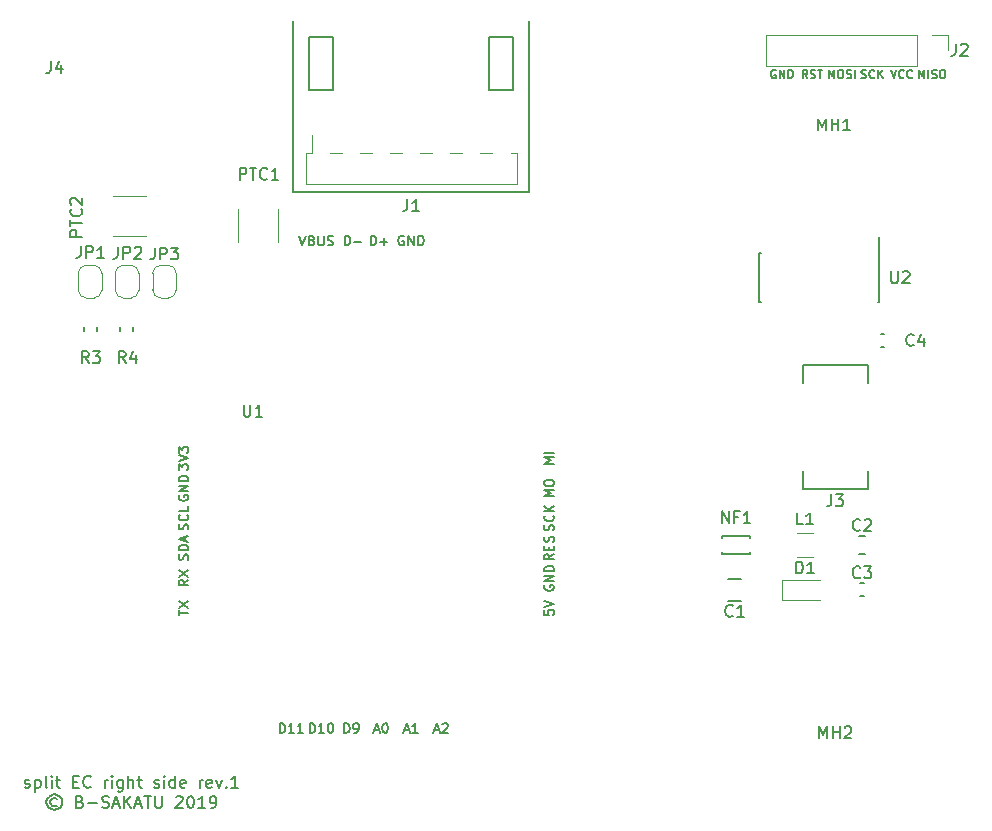
<source format=gto>
G04 #@! TF.GenerationSoftware,KiCad,Pcbnew,(5.1.0-0)*
G04 #@! TF.CreationDate,2019-05-12T00:03:29+09:00*
G04 #@! TF.ProjectId,split_EC_right,73706c69-745f-4454-935f-72696768742e,rev?*
G04 #@! TF.SameCoordinates,Original*
G04 #@! TF.FileFunction,Legend,Top*
G04 #@! TF.FilePolarity,Positive*
%FSLAX46Y46*%
G04 Gerber Fmt 4.6, Leading zero omitted, Abs format (unit mm)*
G04 Created by KiCad (PCBNEW (5.1.0-0)) date 2019-05-12 00:03:29*
%MOMM*%
%LPD*%
G04 APERTURE LIST*
%ADD10C,0.200000*%
%ADD11C,0.150000*%
%ADD12C,0.120000*%
G04 APERTURE END LIST*
D10*
X75851190Y-105479761D02*
X75946428Y-105527380D01*
X76136904Y-105527380D01*
X76232142Y-105479761D01*
X76279761Y-105384523D01*
X76279761Y-105336904D01*
X76232142Y-105241666D01*
X76136904Y-105194047D01*
X75994047Y-105194047D01*
X75898809Y-105146428D01*
X75851190Y-105051190D01*
X75851190Y-105003571D01*
X75898809Y-104908333D01*
X75994047Y-104860714D01*
X76136904Y-104860714D01*
X76232142Y-104908333D01*
X76708333Y-104860714D02*
X76708333Y-105860714D01*
X76708333Y-104908333D02*
X76803571Y-104860714D01*
X76994047Y-104860714D01*
X77089285Y-104908333D01*
X77136904Y-104955952D01*
X77184523Y-105051190D01*
X77184523Y-105336904D01*
X77136904Y-105432142D01*
X77089285Y-105479761D01*
X76994047Y-105527380D01*
X76803571Y-105527380D01*
X76708333Y-105479761D01*
X77755952Y-105527380D02*
X77660714Y-105479761D01*
X77613095Y-105384523D01*
X77613095Y-104527380D01*
X78136904Y-105527380D02*
X78136904Y-104860714D01*
X78136904Y-104527380D02*
X78089285Y-104575000D01*
X78136904Y-104622619D01*
X78184523Y-104575000D01*
X78136904Y-104527380D01*
X78136904Y-104622619D01*
X78470238Y-104860714D02*
X78851190Y-104860714D01*
X78613095Y-104527380D02*
X78613095Y-105384523D01*
X78660714Y-105479761D01*
X78755952Y-105527380D01*
X78851190Y-105527380D01*
X79946428Y-105003571D02*
X80279761Y-105003571D01*
X80422619Y-105527380D02*
X79946428Y-105527380D01*
X79946428Y-104527380D01*
X80422619Y-104527380D01*
X81422619Y-105432142D02*
X81375000Y-105479761D01*
X81232142Y-105527380D01*
X81136904Y-105527380D01*
X80994047Y-105479761D01*
X80898809Y-105384523D01*
X80851190Y-105289285D01*
X80803571Y-105098809D01*
X80803571Y-104955952D01*
X80851190Y-104765476D01*
X80898809Y-104670238D01*
X80994047Y-104575000D01*
X81136904Y-104527380D01*
X81232142Y-104527380D01*
X81375000Y-104575000D01*
X81422619Y-104622619D01*
X82613095Y-105527380D02*
X82613095Y-104860714D01*
X82613095Y-105051190D02*
X82660714Y-104955952D01*
X82708333Y-104908333D01*
X82803571Y-104860714D01*
X82898809Y-104860714D01*
X83232142Y-105527380D02*
X83232142Y-104860714D01*
X83232142Y-104527380D02*
X83184523Y-104575000D01*
X83232142Y-104622619D01*
X83279761Y-104575000D01*
X83232142Y-104527380D01*
X83232142Y-104622619D01*
X84136904Y-104860714D02*
X84136904Y-105670238D01*
X84089285Y-105765476D01*
X84041666Y-105813095D01*
X83946428Y-105860714D01*
X83803571Y-105860714D01*
X83708333Y-105813095D01*
X84136904Y-105479761D02*
X84041666Y-105527380D01*
X83851190Y-105527380D01*
X83755952Y-105479761D01*
X83708333Y-105432142D01*
X83660714Y-105336904D01*
X83660714Y-105051190D01*
X83708333Y-104955952D01*
X83755952Y-104908333D01*
X83851190Y-104860714D01*
X84041666Y-104860714D01*
X84136904Y-104908333D01*
X84613095Y-105527380D02*
X84613095Y-104527380D01*
X85041666Y-105527380D02*
X85041666Y-105003571D01*
X84994047Y-104908333D01*
X84898809Y-104860714D01*
X84755952Y-104860714D01*
X84660714Y-104908333D01*
X84613095Y-104955952D01*
X85375000Y-104860714D02*
X85755952Y-104860714D01*
X85517857Y-104527380D02*
X85517857Y-105384523D01*
X85565476Y-105479761D01*
X85660714Y-105527380D01*
X85755952Y-105527380D01*
X86803571Y-105479761D02*
X86898809Y-105527380D01*
X87089285Y-105527380D01*
X87184523Y-105479761D01*
X87232142Y-105384523D01*
X87232142Y-105336904D01*
X87184523Y-105241666D01*
X87089285Y-105194047D01*
X86946428Y-105194047D01*
X86851190Y-105146428D01*
X86803571Y-105051190D01*
X86803571Y-105003571D01*
X86851190Y-104908333D01*
X86946428Y-104860714D01*
X87089285Y-104860714D01*
X87184523Y-104908333D01*
X87660714Y-105527380D02*
X87660714Y-104860714D01*
X87660714Y-104527380D02*
X87613095Y-104575000D01*
X87660714Y-104622619D01*
X87708333Y-104575000D01*
X87660714Y-104527380D01*
X87660714Y-104622619D01*
X88565476Y-105527380D02*
X88565476Y-104527380D01*
X88565476Y-105479761D02*
X88470238Y-105527380D01*
X88279761Y-105527380D01*
X88184523Y-105479761D01*
X88136904Y-105432142D01*
X88089285Y-105336904D01*
X88089285Y-105051190D01*
X88136904Y-104955952D01*
X88184523Y-104908333D01*
X88279761Y-104860714D01*
X88470238Y-104860714D01*
X88565476Y-104908333D01*
X89422619Y-105479761D02*
X89327380Y-105527380D01*
X89136904Y-105527380D01*
X89041666Y-105479761D01*
X88994047Y-105384523D01*
X88994047Y-105003571D01*
X89041666Y-104908333D01*
X89136904Y-104860714D01*
X89327380Y-104860714D01*
X89422619Y-104908333D01*
X89470238Y-105003571D01*
X89470238Y-105098809D01*
X88994047Y-105194047D01*
X90660714Y-105527380D02*
X90660714Y-104860714D01*
X90660714Y-105051190D02*
X90708333Y-104955952D01*
X90755952Y-104908333D01*
X90851190Y-104860714D01*
X90946428Y-104860714D01*
X91660714Y-105479761D02*
X91565476Y-105527380D01*
X91375000Y-105527380D01*
X91279761Y-105479761D01*
X91232142Y-105384523D01*
X91232142Y-105003571D01*
X91279761Y-104908333D01*
X91375000Y-104860714D01*
X91565476Y-104860714D01*
X91660714Y-104908333D01*
X91708333Y-105003571D01*
X91708333Y-105098809D01*
X91232142Y-105194047D01*
X92041666Y-104860714D02*
X92279761Y-105527380D01*
X92517857Y-104860714D01*
X92898809Y-105432142D02*
X92946428Y-105479761D01*
X92898809Y-105527380D01*
X92851190Y-105479761D01*
X92898809Y-105432142D01*
X92898809Y-105527380D01*
X93898809Y-105527380D02*
X93327380Y-105527380D01*
X93613095Y-105527380D02*
X93613095Y-104527380D01*
X93517857Y-104670238D01*
X93422619Y-104765476D01*
X93327380Y-104813095D01*
X78541666Y-106465476D02*
X78446428Y-106417857D01*
X78255952Y-106417857D01*
X78160714Y-106465476D01*
X78065476Y-106560714D01*
X78017857Y-106655952D01*
X78017857Y-106846428D01*
X78065476Y-106941666D01*
X78160714Y-107036904D01*
X78255952Y-107084523D01*
X78446428Y-107084523D01*
X78541666Y-107036904D01*
X78351190Y-106084523D02*
X78113095Y-106132142D01*
X77875000Y-106275000D01*
X77732142Y-106513095D01*
X77684523Y-106751190D01*
X77732142Y-106989285D01*
X77875000Y-107227380D01*
X78113095Y-107370238D01*
X78351190Y-107417857D01*
X78589285Y-107370238D01*
X78827380Y-107227380D01*
X78970238Y-106989285D01*
X79017857Y-106751190D01*
X78970238Y-106513095D01*
X78827380Y-106275000D01*
X78589285Y-106132142D01*
X78351190Y-106084523D01*
X80541666Y-106703571D02*
X80684523Y-106751190D01*
X80732142Y-106798809D01*
X80779761Y-106894047D01*
X80779761Y-107036904D01*
X80732142Y-107132142D01*
X80684523Y-107179761D01*
X80589285Y-107227380D01*
X80208333Y-107227380D01*
X80208333Y-106227380D01*
X80541666Y-106227380D01*
X80636904Y-106275000D01*
X80684523Y-106322619D01*
X80732142Y-106417857D01*
X80732142Y-106513095D01*
X80684523Y-106608333D01*
X80636904Y-106655952D01*
X80541666Y-106703571D01*
X80208333Y-106703571D01*
X81208333Y-106846428D02*
X81970238Y-106846428D01*
X82398809Y-107179761D02*
X82541666Y-107227380D01*
X82779761Y-107227380D01*
X82875000Y-107179761D01*
X82922619Y-107132142D01*
X82970238Y-107036904D01*
X82970238Y-106941666D01*
X82922619Y-106846428D01*
X82875000Y-106798809D01*
X82779761Y-106751190D01*
X82589285Y-106703571D01*
X82494047Y-106655952D01*
X82446428Y-106608333D01*
X82398809Y-106513095D01*
X82398809Y-106417857D01*
X82446428Y-106322619D01*
X82494047Y-106275000D01*
X82589285Y-106227380D01*
X82827380Y-106227380D01*
X82970238Y-106275000D01*
X83351190Y-106941666D02*
X83827380Y-106941666D01*
X83255952Y-107227380D02*
X83589285Y-106227380D01*
X83922619Y-107227380D01*
X84255952Y-107227380D02*
X84255952Y-106227380D01*
X84827380Y-107227380D02*
X84398809Y-106655952D01*
X84827380Y-106227380D02*
X84255952Y-106798809D01*
X85208333Y-106941666D02*
X85684523Y-106941666D01*
X85113095Y-107227380D02*
X85446428Y-106227380D01*
X85779761Y-107227380D01*
X85970238Y-106227380D02*
X86541666Y-106227380D01*
X86255952Y-107227380D02*
X86255952Y-106227380D01*
X86875000Y-106227380D02*
X86875000Y-107036904D01*
X86922619Y-107132142D01*
X86970238Y-107179761D01*
X87065476Y-107227380D01*
X87255952Y-107227380D01*
X87351190Y-107179761D01*
X87398809Y-107132142D01*
X87446428Y-107036904D01*
X87446428Y-106227380D01*
X88636904Y-106322619D02*
X88684523Y-106275000D01*
X88779761Y-106227380D01*
X89017857Y-106227380D01*
X89113095Y-106275000D01*
X89160714Y-106322619D01*
X89208333Y-106417857D01*
X89208333Y-106513095D01*
X89160714Y-106655952D01*
X88589285Y-107227380D01*
X89208333Y-107227380D01*
X89827380Y-106227380D02*
X89922619Y-106227380D01*
X90017857Y-106275000D01*
X90065476Y-106322619D01*
X90113095Y-106417857D01*
X90160714Y-106608333D01*
X90160714Y-106846428D01*
X90113095Y-107036904D01*
X90065476Y-107132142D01*
X90017857Y-107179761D01*
X89922619Y-107227380D01*
X89827380Y-107227380D01*
X89732142Y-107179761D01*
X89684523Y-107132142D01*
X89636904Y-107036904D01*
X89589285Y-106846428D01*
X89589285Y-106608333D01*
X89636904Y-106417857D01*
X89684523Y-106322619D01*
X89732142Y-106275000D01*
X89827380Y-106227380D01*
X91113095Y-107227380D02*
X90541666Y-107227380D01*
X90827380Y-107227380D02*
X90827380Y-106227380D01*
X90732142Y-106370238D01*
X90636904Y-106465476D01*
X90541666Y-106513095D01*
X91589285Y-107227380D02*
X91779761Y-107227380D01*
X91874999Y-107179761D01*
X91922619Y-107132142D01*
X92017857Y-106989285D01*
X92065476Y-106798809D01*
X92065476Y-106417857D01*
X92017857Y-106322619D01*
X91970238Y-106275000D01*
X91874999Y-106227380D01*
X91684523Y-106227380D01*
X91589285Y-106275000D01*
X91541666Y-106322619D01*
X91494047Y-106417857D01*
X91494047Y-106655952D01*
X91541666Y-106751190D01*
X91589285Y-106798809D01*
X91684523Y-106846428D01*
X91874999Y-106846428D01*
X91970238Y-106798809D01*
X92017857Y-106751190D01*
X92065476Y-106655952D01*
D11*
X137250000Y-85775000D02*
X137250000Y-85575000D01*
X134850000Y-85775000D02*
X137250000Y-85775000D01*
X134850000Y-85575000D02*
X134850000Y-85775000D01*
X137250000Y-84175000D02*
X137250000Y-84375000D01*
X134850000Y-84175000D02*
X137250000Y-84175000D01*
X134850000Y-84375000D02*
X134850000Y-84175000D01*
X136500000Y-87825000D02*
X135400000Y-87825000D01*
X136500000Y-89725000D02*
X135400000Y-89725000D01*
X146488748Y-85725000D02*
X147011252Y-85725000D01*
X146488748Y-84225000D02*
X147011252Y-84225000D01*
X146600000Y-88225000D02*
X146900000Y-88225000D01*
X146600000Y-89325000D02*
X146900000Y-89325000D01*
X148325000Y-68225000D02*
X148625000Y-68225000D01*
X148325000Y-67125000D02*
X148625000Y-67125000D01*
D12*
X140000000Y-87925000D02*
X143150000Y-87925000D01*
X140000000Y-89625000D02*
X143150000Y-89625000D01*
X140000000Y-87925000D02*
X140000000Y-89625000D01*
D11*
X147200000Y-69750000D02*
X141700000Y-69750000D01*
X147200000Y-80250000D02*
X141725000Y-80250000D01*
X147200000Y-80250000D02*
X147200000Y-78750000D01*
X141700000Y-80250000D02*
X141700000Y-78750000D01*
X141700000Y-69750000D02*
X141700000Y-71250000D01*
X147200000Y-69750000D02*
X147200000Y-71250000D01*
D12*
X80375000Y-61975000D02*
G75*
G02X81075000Y-61275000I700000J0D01*
G01*
X81675000Y-61275000D02*
G75*
G02X82375000Y-61975000I0J-700000D01*
G01*
X82375000Y-63375000D02*
G75*
G02X81675000Y-64075000I-700000J0D01*
G01*
X81075000Y-64075000D02*
G75*
G02X80375000Y-63375000I0J700000D01*
G01*
X81675000Y-64075000D02*
X81075000Y-64075000D01*
X82375000Y-61975000D02*
X82375000Y-63375000D01*
X81075000Y-61275000D02*
X81675000Y-61275000D01*
X80375000Y-63375000D02*
X80375000Y-61975000D01*
X83500000Y-63375000D02*
X83500000Y-61975000D01*
X84200000Y-61275000D02*
X84800000Y-61275000D01*
X85500000Y-61975000D02*
X85500000Y-63375000D01*
X84800000Y-64075000D02*
X84200000Y-64075000D01*
X84200000Y-64075000D02*
G75*
G02X83500000Y-63375000I0J700000D01*
G01*
X85500000Y-63375000D02*
G75*
G02X84800000Y-64075000I-700000J0D01*
G01*
X84800000Y-61275000D02*
G75*
G02X85500000Y-61975000I0J-700000D01*
G01*
X83500000Y-61975000D02*
G75*
G02X84200000Y-61275000I700000J0D01*
G01*
X86675000Y-61975000D02*
G75*
G02X87375000Y-61275000I700000J0D01*
G01*
X87975000Y-61275000D02*
G75*
G02X88675000Y-61975000I0J-700000D01*
G01*
X88675000Y-63375000D02*
G75*
G02X87975000Y-64075000I-700000J0D01*
G01*
X87375000Y-64075000D02*
G75*
G02X86675000Y-63375000I0J700000D01*
G01*
X87975000Y-64075000D02*
X87375000Y-64075000D01*
X88675000Y-61975000D02*
X88675000Y-63375000D01*
X87375000Y-61275000D02*
X87975000Y-61275000D01*
X86675000Y-63375000D02*
X86675000Y-61975000D01*
X141250000Y-83925000D02*
X142550000Y-83925000D01*
X141250000Y-86025000D02*
X142550000Y-86025000D01*
X93890000Y-56563748D02*
X93890000Y-59336252D01*
X97310000Y-56563748D02*
X97310000Y-59336252D01*
X86086252Y-55415000D02*
X83313748Y-55415000D01*
X86086252Y-58835000D02*
X83313748Y-58835000D01*
D11*
X81925000Y-66846267D02*
X81925000Y-66503733D01*
X80825000Y-66846267D02*
X80825000Y-66503733D01*
X83950000Y-66846267D02*
X83950000Y-66503733D01*
X85050000Y-66846267D02*
X85050000Y-66503733D01*
X148200000Y-60275000D02*
X148175000Y-60275000D01*
X148200000Y-64425000D02*
X148095000Y-64425000D01*
X138050000Y-64425000D02*
X138155000Y-64425000D01*
X138050000Y-60275000D02*
X138155000Y-60275000D01*
X148200000Y-60275000D02*
X148200000Y-64425000D01*
X138050000Y-60275000D02*
X138050000Y-64425000D01*
X148175000Y-60275000D02*
X148175000Y-58900000D01*
D12*
X116985000Y-51760000D02*
X117525000Y-51760000D01*
X114415000Y-51770000D02*
X115415000Y-51770000D01*
X111875000Y-51770000D02*
X112875000Y-51770000D01*
X109335000Y-51770000D02*
X110335000Y-51770000D01*
X106795000Y-51770000D02*
X107795000Y-51770000D01*
X104255000Y-51770000D02*
X105255000Y-51770000D01*
X99625000Y-54430000D02*
X99625000Y-51770000D01*
X117525000Y-54430000D02*
X117525000Y-51770000D01*
X99625000Y-54430000D02*
X117525000Y-54430000D01*
X100195000Y-51770000D02*
X100195000Y-50250000D01*
X99625000Y-51770000D02*
X100195000Y-51770000D01*
X101715000Y-51770000D02*
X102715000Y-51770000D01*
D11*
X98575000Y-40600000D02*
X98575000Y-55100000D01*
X118575000Y-40600000D02*
X118575000Y-55100000D01*
X118575000Y-55100000D02*
X98575000Y-55100000D01*
X99955000Y-41940000D02*
X99955000Y-46480000D01*
X99955000Y-46480000D02*
X101955000Y-46480000D01*
X101955000Y-46480000D02*
X101955000Y-41940000D01*
X101955000Y-41940000D02*
X99955000Y-41940000D01*
X115195000Y-41940000D02*
X115195000Y-46480000D01*
X115195000Y-46480000D02*
X117195000Y-46480000D01*
X117195000Y-46480000D02*
X117195000Y-41940000D01*
X117195000Y-41940000D02*
X115195000Y-41940000D01*
D12*
X153980000Y-41770000D02*
X153980000Y-43100000D01*
X152650000Y-41770000D02*
X153980000Y-41770000D01*
X151380000Y-41770000D02*
X138620000Y-41770000D01*
X151380000Y-44430000D02*
X151380000Y-41770000D01*
X138620000Y-44430000D02*
X151380000Y-44430000D01*
X138620000Y-41770000D02*
X138620000Y-44430000D01*
D11*
X134859523Y-83127380D02*
X134859523Y-82127380D01*
X135430952Y-83127380D01*
X135430952Y-82127380D01*
X136240476Y-82603571D02*
X135907142Y-82603571D01*
X135907142Y-83127380D02*
X135907142Y-82127380D01*
X136383333Y-82127380D01*
X137288095Y-83127380D02*
X136716666Y-83127380D01*
X137002380Y-83127380D02*
X137002380Y-82127380D01*
X136907142Y-82270238D01*
X136811904Y-82365476D01*
X136716666Y-82413095D01*
X94388095Y-73102380D02*
X94388095Y-73911904D01*
X94435714Y-74007142D01*
X94483333Y-74054761D01*
X94578571Y-74102380D01*
X94769047Y-74102380D01*
X94864285Y-74054761D01*
X94911904Y-74007142D01*
X94959523Y-73911904D01*
X94959523Y-73102380D01*
X95959523Y-74102380D02*
X95388095Y-74102380D01*
X95673809Y-74102380D02*
X95673809Y-73102380D01*
X95578571Y-73245238D01*
X95483333Y-73340476D01*
X95388095Y-73388095D01*
X88878904Y-78620476D02*
X88878904Y-78125238D01*
X89183666Y-78391904D01*
X89183666Y-78277619D01*
X89221761Y-78201428D01*
X89259857Y-78163333D01*
X89336047Y-78125238D01*
X89526523Y-78125238D01*
X89602714Y-78163333D01*
X89640809Y-78201428D01*
X89678904Y-78277619D01*
X89678904Y-78506190D01*
X89640809Y-78582380D01*
X89602714Y-78620476D01*
X88878904Y-77896666D02*
X89678904Y-77630000D01*
X88878904Y-77363333D01*
X88878904Y-77172857D02*
X88878904Y-76677619D01*
X89183666Y-76944285D01*
X89183666Y-76830000D01*
X89221761Y-76753809D01*
X89259857Y-76715714D01*
X89336047Y-76677619D01*
X89526523Y-76677619D01*
X89602714Y-76715714D01*
X89640809Y-76753809D01*
X89678904Y-76830000D01*
X89678904Y-77058571D01*
X89640809Y-77134761D01*
X89602714Y-77172857D01*
X88917000Y-80779523D02*
X88878904Y-80855714D01*
X88878904Y-80970000D01*
X88917000Y-81084285D01*
X88993190Y-81160476D01*
X89069380Y-81198571D01*
X89221761Y-81236666D01*
X89336047Y-81236666D01*
X89488428Y-81198571D01*
X89564619Y-81160476D01*
X89640809Y-81084285D01*
X89678904Y-80970000D01*
X89678904Y-80893809D01*
X89640809Y-80779523D01*
X89602714Y-80741428D01*
X89336047Y-80741428D01*
X89336047Y-80893809D01*
X89678904Y-80398571D02*
X88878904Y-80398571D01*
X89678904Y-79941428D01*
X88878904Y-79941428D01*
X89678904Y-79560476D02*
X88878904Y-79560476D01*
X88878904Y-79370000D01*
X88917000Y-79255714D01*
X88993190Y-79179523D01*
X89069380Y-79141428D01*
X89221761Y-79103333D01*
X89336047Y-79103333D01*
X89488428Y-79141428D01*
X89564619Y-79179523D01*
X89640809Y-79255714D01*
X89678904Y-79370000D01*
X89678904Y-79560476D01*
X105145238Y-59611904D02*
X105145238Y-58811904D01*
X105335714Y-58811904D01*
X105450000Y-58850000D01*
X105526190Y-58926190D01*
X105564285Y-59002380D01*
X105602380Y-59154761D01*
X105602380Y-59269047D01*
X105564285Y-59421428D01*
X105526190Y-59497619D01*
X105450000Y-59573809D01*
X105335714Y-59611904D01*
X105145238Y-59611904D01*
X105945238Y-59307142D02*
X106554761Y-59307142D01*
X106250000Y-59611904D02*
X106250000Y-59002380D01*
X102945238Y-59611904D02*
X102945238Y-58811904D01*
X103135714Y-58811904D01*
X103250000Y-58850000D01*
X103326190Y-58926190D01*
X103364285Y-59002380D01*
X103402380Y-59154761D01*
X103402380Y-59269047D01*
X103364285Y-59421428D01*
X103326190Y-59497619D01*
X103250000Y-59573809D01*
X103135714Y-59611904D01*
X102945238Y-59611904D01*
X103745238Y-59307142D02*
X104354761Y-59307142D01*
X99083333Y-58811904D02*
X99350000Y-59611904D01*
X99616666Y-58811904D01*
X100150000Y-59192857D02*
X100264285Y-59230952D01*
X100302380Y-59269047D01*
X100340476Y-59345238D01*
X100340476Y-59459523D01*
X100302380Y-59535714D01*
X100264285Y-59573809D01*
X100188095Y-59611904D01*
X99883333Y-59611904D01*
X99883333Y-58811904D01*
X100150000Y-58811904D01*
X100226190Y-58850000D01*
X100264285Y-58888095D01*
X100302380Y-58964285D01*
X100302380Y-59040476D01*
X100264285Y-59116666D01*
X100226190Y-59154761D01*
X100150000Y-59192857D01*
X99883333Y-59192857D01*
X100683333Y-58811904D02*
X100683333Y-59459523D01*
X100721428Y-59535714D01*
X100759523Y-59573809D01*
X100835714Y-59611904D01*
X100988095Y-59611904D01*
X101064285Y-59573809D01*
X101102380Y-59535714D01*
X101140476Y-59459523D01*
X101140476Y-58811904D01*
X101483333Y-59573809D02*
X101597619Y-59611904D01*
X101788095Y-59611904D01*
X101864285Y-59573809D01*
X101902380Y-59535714D01*
X101940476Y-59459523D01*
X101940476Y-59383333D01*
X101902380Y-59307142D01*
X101864285Y-59269047D01*
X101788095Y-59230952D01*
X101635714Y-59192857D01*
X101559523Y-59154761D01*
X101521428Y-59116666D01*
X101483333Y-59040476D01*
X101483333Y-58964285D01*
X101521428Y-58888095D01*
X101559523Y-58850000D01*
X101635714Y-58811904D01*
X101826190Y-58811904D01*
X101940476Y-58850000D01*
X107940476Y-58850000D02*
X107864285Y-58811904D01*
X107750000Y-58811904D01*
X107635714Y-58850000D01*
X107559523Y-58926190D01*
X107521428Y-59002380D01*
X107483333Y-59154761D01*
X107483333Y-59269047D01*
X107521428Y-59421428D01*
X107559523Y-59497619D01*
X107635714Y-59573809D01*
X107750000Y-59611904D01*
X107826190Y-59611904D01*
X107940476Y-59573809D01*
X107978571Y-59535714D01*
X107978571Y-59269047D01*
X107826190Y-59269047D01*
X108321428Y-59611904D02*
X108321428Y-58811904D01*
X108778571Y-59611904D01*
X108778571Y-58811904D01*
X109159523Y-59611904D02*
X109159523Y-58811904D01*
X109350000Y-58811904D01*
X109464285Y-58850000D01*
X109540476Y-58926190D01*
X109578571Y-59002380D01*
X109616666Y-59154761D01*
X109616666Y-59269047D01*
X109578571Y-59421428D01*
X109540476Y-59497619D01*
X109464285Y-59573809D01*
X109350000Y-59611904D01*
X109159523Y-59611904D01*
X89640809Y-83662380D02*
X89678904Y-83548095D01*
X89678904Y-83357619D01*
X89640809Y-83281428D01*
X89602714Y-83243333D01*
X89526523Y-83205238D01*
X89450333Y-83205238D01*
X89374142Y-83243333D01*
X89336047Y-83281428D01*
X89297952Y-83357619D01*
X89259857Y-83510000D01*
X89221761Y-83586190D01*
X89183666Y-83624285D01*
X89107476Y-83662380D01*
X89031285Y-83662380D01*
X88955095Y-83624285D01*
X88917000Y-83586190D01*
X88878904Y-83510000D01*
X88878904Y-83319523D01*
X88917000Y-83205238D01*
X89602714Y-82405238D02*
X89640809Y-82443333D01*
X89678904Y-82557619D01*
X89678904Y-82633809D01*
X89640809Y-82748095D01*
X89564619Y-82824285D01*
X89488428Y-82862380D01*
X89336047Y-82900476D01*
X89221761Y-82900476D01*
X89069380Y-82862380D01*
X88993190Y-82824285D01*
X88917000Y-82748095D01*
X88878904Y-82633809D01*
X88878904Y-82557619D01*
X88917000Y-82443333D01*
X88955095Y-82405238D01*
X89678904Y-81681428D02*
X89678904Y-82062380D01*
X88878904Y-82062380D01*
X89640809Y-86221428D02*
X89678904Y-86107142D01*
X89678904Y-85916666D01*
X89640809Y-85840476D01*
X89602714Y-85802380D01*
X89526523Y-85764285D01*
X89450333Y-85764285D01*
X89374142Y-85802380D01*
X89336047Y-85840476D01*
X89297952Y-85916666D01*
X89259857Y-86069047D01*
X89221761Y-86145238D01*
X89183666Y-86183333D01*
X89107476Y-86221428D01*
X89031285Y-86221428D01*
X88955095Y-86183333D01*
X88917000Y-86145238D01*
X88878904Y-86069047D01*
X88878904Y-85878571D01*
X88917000Y-85764285D01*
X89678904Y-85421428D02*
X88878904Y-85421428D01*
X88878904Y-85230952D01*
X88917000Y-85116666D01*
X88993190Y-85040476D01*
X89069380Y-85002380D01*
X89221761Y-84964285D01*
X89336047Y-84964285D01*
X89488428Y-85002380D01*
X89564619Y-85040476D01*
X89640809Y-85116666D01*
X89678904Y-85230952D01*
X89678904Y-85421428D01*
X89450333Y-84659523D02*
X89450333Y-84278571D01*
X89678904Y-84735714D02*
X88878904Y-84469047D01*
X89678904Y-84202380D01*
X89678904Y-87923333D02*
X89297952Y-88190000D01*
X89678904Y-88380476D02*
X88878904Y-88380476D01*
X88878904Y-88075714D01*
X88917000Y-87999523D01*
X88955095Y-87961428D01*
X89031285Y-87923333D01*
X89145571Y-87923333D01*
X89221761Y-87961428D01*
X89259857Y-87999523D01*
X89297952Y-88075714D01*
X89297952Y-88380476D01*
X88878904Y-87656666D02*
X89678904Y-87123333D01*
X88878904Y-87123333D02*
X89678904Y-87656666D01*
X88878904Y-90939523D02*
X88878904Y-90482380D01*
X89678904Y-90710952D02*
X88878904Y-90710952D01*
X88878904Y-90291904D02*
X89678904Y-89758571D01*
X88878904Y-89758571D02*
X89678904Y-90291904D01*
X120644904Y-78087142D02*
X119844904Y-78087142D01*
X120416333Y-77820476D01*
X119844904Y-77553809D01*
X120644904Y-77553809D01*
X120644904Y-77172857D02*
X119844904Y-77172857D01*
X120644904Y-80855714D02*
X119844904Y-80855714D01*
X120416333Y-80589047D01*
X119844904Y-80322380D01*
X120644904Y-80322380D01*
X119844904Y-79789047D02*
X119844904Y-79636666D01*
X119883000Y-79560476D01*
X119959190Y-79484285D01*
X120111571Y-79446190D01*
X120378238Y-79446190D01*
X120530619Y-79484285D01*
X120606809Y-79560476D01*
X120644904Y-79636666D01*
X120644904Y-79789047D01*
X120606809Y-79865238D01*
X120530619Y-79941428D01*
X120378238Y-79979523D01*
X120111571Y-79979523D01*
X119959190Y-79941428D01*
X119883000Y-79865238D01*
X119844904Y-79789047D01*
X120606809Y-83738571D02*
X120644904Y-83624285D01*
X120644904Y-83433809D01*
X120606809Y-83357619D01*
X120568714Y-83319523D01*
X120492523Y-83281428D01*
X120416333Y-83281428D01*
X120340142Y-83319523D01*
X120302047Y-83357619D01*
X120263952Y-83433809D01*
X120225857Y-83586190D01*
X120187761Y-83662380D01*
X120149666Y-83700476D01*
X120073476Y-83738571D01*
X119997285Y-83738571D01*
X119921095Y-83700476D01*
X119883000Y-83662380D01*
X119844904Y-83586190D01*
X119844904Y-83395714D01*
X119883000Y-83281428D01*
X120568714Y-82481428D02*
X120606809Y-82519523D01*
X120644904Y-82633809D01*
X120644904Y-82710000D01*
X120606809Y-82824285D01*
X120530619Y-82900476D01*
X120454428Y-82938571D01*
X120302047Y-82976666D01*
X120187761Y-82976666D01*
X120035380Y-82938571D01*
X119959190Y-82900476D01*
X119883000Y-82824285D01*
X119844904Y-82710000D01*
X119844904Y-82633809D01*
X119883000Y-82519523D01*
X119921095Y-82481428D01*
X120644904Y-82138571D02*
X119844904Y-82138571D01*
X120644904Y-81681428D02*
X120187761Y-82024285D01*
X119844904Y-81681428D02*
X120302047Y-82138571D01*
X120644904Y-85745238D02*
X120263952Y-86011904D01*
X120644904Y-86202380D02*
X119844904Y-86202380D01*
X119844904Y-85897619D01*
X119883000Y-85821428D01*
X119921095Y-85783333D01*
X119997285Y-85745238D01*
X120111571Y-85745238D01*
X120187761Y-85783333D01*
X120225857Y-85821428D01*
X120263952Y-85897619D01*
X120263952Y-86202380D01*
X120225857Y-85402380D02*
X120225857Y-85135714D01*
X120644904Y-85021428D02*
X120644904Y-85402380D01*
X119844904Y-85402380D01*
X119844904Y-85021428D01*
X120606809Y-84716666D02*
X120644904Y-84602380D01*
X120644904Y-84411904D01*
X120606809Y-84335714D01*
X120568714Y-84297619D01*
X120492523Y-84259523D01*
X120416333Y-84259523D01*
X120340142Y-84297619D01*
X120302047Y-84335714D01*
X120263952Y-84411904D01*
X120225857Y-84564285D01*
X120187761Y-84640476D01*
X120149666Y-84678571D01*
X120073476Y-84716666D01*
X119997285Y-84716666D01*
X119921095Y-84678571D01*
X119883000Y-84640476D01*
X119844904Y-84564285D01*
X119844904Y-84373809D01*
X119883000Y-84259523D01*
X119883000Y-88399523D02*
X119844904Y-88475714D01*
X119844904Y-88590000D01*
X119883000Y-88704285D01*
X119959190Y-88780476D01*
X120035380Y-88818571D01*
X120187761Y-88856666D01*
X120302047Y-88856666D01*
X120454428Y-88818571D01*
X120530619Y-88780476D01*
X120606809Y-88704285D01*
X120644904Y-88590000D01*
X120644904Y-88513809D01*
X120606809Y-88399523D01*
X120568714Y-88361428D01*
X120302047Y-88361428D01*
X120302047Y-88513809D01*
X120644904Y-88018571D02*
X119844904Y-88018571D01*
X120644904Y-87561428D01*
X119844904Y-87561428D01*
X120644904Y-87180476D02*
X119844904Y-87180476D01*
X119844904Y-86990000D01*
X119883000Y-86875714D01*
X119959190Y-86799523D01*
X120035380Y-86761428D01*
X120187761Y-86723333D01*
X120302047Y-86723333D01*
X120454428Y-86761428D01*
X120530619Y-86799523D01*
X120606809Y-86875714D01*
X120644904Y-86990000D01*
X120644904Y-87180476D01*
X119844904Y-90482380D02*
X119844904Y-90863333D01*
X120225857Y-90901428D01*
X120187761Y-90863333D01*
X120149666Y-90787142D01*
X120149666Y-90596666D01*
X120187761Y-90520476D01*
X120225857Y-90482380D01*
X120302047Y-90444285D01*
X120492523Y-90444285D01*
X120568714Y-90482380D01*
X120606809Y-90520476D01*
X120644904Y-90596666D01*
X120644904Y-90787142D01*
X120606809Y-90863333D01*
X120568714Y-90901428D01*
X119844904Y-90215714D02*
X120644904Y-89949047D01*
X119844904Y-89682380D01*
X97428571Y-100890904D02*
X97428571Y-100090904D01*
X97619047Y-100090904D01*
X97733333Y-100129000D01*
X97809523Y-100205190D01*
X97847619Y-100281380D01*
X97885714Y-100433761D01*
X97885714Y-100548047D01*
X97847619Y-100700428D01*
X97809523Y-100776619D01*
X97733333Y-100852809D01*
X97619047Y-100890904D01*
X97428571Y-100890904D01*
X98647619Y-100890904D02*
X98190476Y-100890904D01*
X98419047Y-100890904D02*
X98419047Y-100090904D01*
X98342857Y-100205190D01*
X98266666Y-100281380D01*
X98190476Y-100319476D01*
X99409523Y-100890904D02*
X98952380Y-100890904D01*
X99180952Y-100890904D02*
X99180952Y-100090904D01*
X99104761Y-100205190D01*
X99028571Y-100281380D01*
X98952380Y-100319476D01*
X99968571Y-100890904D02*
X99968571Y-100090904D01*
X100159047Y-100090904D01*
X100273333Y-100129000D01*
X100349523Y-100205190D01*
X100387619Y-100281380D01*
X100425714Y-100433761D01*
X100425714Y-100548047D01*
X100387619Y-100700428D01*
X100349523Y-100776619D01*
X100273333Y-100852809D01*
X100159047Y-100890904D01*
X99968571Y-100890904D01*
X101187619Y-100890904D02*
X100730476Y-100890904D01*
X100959047Y-100890904D02*
X100959047Y-100090904D01*
X100882857Y-100205190D01*
X100806666Y-100281380D01*
X100730476Y-100319476D01*
X101682857Y-100090904D02*
X101759047Y-100090904D01*
X101835238Y-100129000D01*
X101873333Y-100167095D01*
X101911428Y-100243285D01*
X101949523Y-100395666D01*
X101949523Y-100586142D01*
X101911428Y-100738523D01*
X101873333Y-100814714D01*
X101835238Y-100852809D01*
X101759047Y-100890904D01*
X101682857Y-100890904D01*
X101606666Y-100852809D01*
X101568571Y-100814714D01*
X101530476Y-100738523D01*
X101492380Y-100586142D01*
X101492380Y-100395666D01*
X101530476Y-100243285D01*
X101568571Y-100167095D01*
X101606666Y-100129000D01*
X101682857Y-100090904D01*
X102889523Y-100890904D02*
X102889523Y-100090904D01*
X103080000Y-100090904D01*
X103194285Y-100129000D01*
X103270476Y-100205190D01*
X103308571Y-100281380D01*
X103346666Y-100433761D01*
X103346666Y-100548047D01*
X103308571Y-100700428D01*
X103270476Y-100776619D01*
X103194285Y-100852809D01*
X103080000Y-100890904D01*
X102889523Y-100890904D01*
X103727619Y-100890904D02*
X103880000Y-100890904D01*
X103956190Y-100852809D01*
X103994285Y-100814714D01*
X104070476Y-100700428D01*
X104108571Y-100548047D01*
X104108571Y-100243285D01*
X104070476Y-100167095D01*
X104032380Y-100129000D01*
X103956190Y-100090904D01*
X103803809Y-100090904D01*
X103727619Y-100129000D01*
X103689523Y-100167095D01*
X103651428Y-100243285D01*
X103651428Y-100433761D01*
X103689523Y-100509952D01*
X103727619Y-100548047D01*
X103803809Y-100586142D01*
X103956190Y-100586142D01*
X104032380Y-100548047D01*
X104070476Y-100509952D01*
X104108571Y-100433761D01*
X105448571Y-100662333D02*
X105829523Y-100662333D01*
X105372380Y-100890904D02*
X105639047Y-100090904D01*
X105905714Y-100890904D01*
X106324761Y-100090904D02*
X106400952Y-100090904D01*
X106477142Y-100129000D01*
X106515238Y-100167095D01*
X106553333Y-100243285D01*
X106591428Y-100395666D01*
X106591428Y-100586142D01*
X106553333Y-100738523D01*
X106515238Y-100814714D01*
X106477142Y-100852809D01*
X106400952Y-100890904D01*
X106324761Y-100890904D01*
X106248571Y-100852809D01*
X106210476Y-100814714D01*
X106172380Y-100738523D01*
X106134285Y-100586142D01*
X106134285Y-100395666D01*
X106172380Y-100243285D01*
X106210476Y-100167095D01*
X106248571Y-100129000D01*
X106324761Y-100090904D01*
X107988571Y-100662333D02*
X108369523Y-100662333D01*
X107912380Y-100890904D02*
X108179047Y-100090904D01*
X108445714Y-100890904D01*
X109131428Y-100890904D02*
X108674285Y-100890904D01*
X108902857Y-100890904D02*
X108902857Y-100090904D01*
X108826666Y-100205190D01*
X108750476Y-100281380D01*
X108674285Y-100319476D01*
X110528571Y-100662333D02*
X110909523Y-100662333D01*
X110452380Y-100890904D02*
X110719047Y-100090904D01*
X110985714Y-100890904D01*
X111214285Y-100167095D02*
X111252380Y-100129000D01*
X111328571Y-100090904D01*
X111519047Y-100090904D01*
X111595238Y-100129000D01*
X111633333Y-100167095D01*
X111671428Y-100243285D01*
X111671428Y-100319476D01*
X111633333Y-100433761D01*
X111176190Y-100890904D01*
X111671428Y-100890904D01*
X78041666Y-44027380D02*
X78041666Y-44741666D01*
X77994047Y-44884523D01*
X77898809Y-44979761D01*
X77755952Y-45027380D01*
X77660714Y-45027380D01*
X78946428Y-44360714D02*
X78946428Y-45027380D01*
X78708333Y-43979761D02*
X78470238Y-44694047D01*
X79089285Y-44694047D01*
X135783333Y-90952142D02*
X135735714Y-90999761D01*
X135592857Y-91047380D01*
X135497619Y-91047380D01*
X135354761Y-90999761D01*
X135259523Y-90904523D01*
X135211904Y-90809285D01*
X135164285Y-90618809D01*
X135164285Y-90475952D01*
X135211904Y-90285476D01*
X135259523Y-90190238D01*
X135354761Y-90095000D01*
X135497619Y-90047380D01*
X135592857Y-90047380D01*
X135735714Y-90095000D01*
X135783333Y-90142619D01*
X136735714Y-91047380D02*
X136164285Y-91047380D01*
X136450000Y-91047380D02*
X136450000Y-90047380D01*
X136354761Y-90190238D01*
X136259523Y-90285476D01*
X136164285Y-90333095D01*
X146583333Y-83682142D02*
X146535714Y-83729761D01*
X146392857Y-83777380D01*
X146297619Y-83777380D01*
X146154761Y-83729761D01*
X146059523Y-83634523D01*
X146011904Y-83539285D01*
X145964285Y-83348809D01*
X145964285Y-83205952D01*
X146011904Y-83015476D01*
X146059523Y-82920238D01*
X146154761Y-82825000D01*
X146297619Y-82777380D01*
X146392857Y-82777380D01*
X146535714Y-82825000D01*
X146583333Y-82872619D01*
X146964285Y-82872619D02*
X147011904Y-82825000D01*
X147107142Y-82777380D01*
X147345238Y-82777380D01*
X147440476Y-82825000D01*
X147488095Y-82872619D01*
X147535714Y-82967857D01*
X147535714Y-83063095D01*
X147488095Y-83205952D01*
X146916666Y-83777380D01*
X147535714Y-83777380D01*
X146583333Y-87702142D02*
X146535714Y-87749761D01*
X146392857Y-87797380D01*
X146297619Y-87797380D01*
X146154761Y-87749761D01*
X146059523Y-87654523D01*
X146011904Y-87559285D01*
X145964285Y-87368809D01*
X145964285Y-87225952D01*
X146011904Y-87035476D01*
X146059523Y-86940238D01*
X146154761Y-86845000D01*
X146297619Y-86797380D01*
X146392857Y-86797380D01*
X146535714Y-86845000D01*
X146583333Y-86892619D01*
X146916666Y-86797380D02*
X147535714Y-86797380D01*
X147202380Y-87178333D01*
X147345238Y-87178333D01*
X147440476Y-87225952D01*
X147488095Y-87273571D01*
X147535714Y-87368809D01*
X147535714Y-87606904D01*
X147488095Y-87702142D01*
X147440476Y-87749761D01*
X147345238Y-87797380D01*
X147059523Y-87797380D01*
X146964285Y-87749761D01*
X146916666Y-87702142D01*
X151108333Y-68032142D02*
X151060714Y-68079761D01*
X150917857Y-68127380D01*
X150822619Y-68127380D01*
X150679761Y-68079761D01*
X150584523Y-67984523D01*
X150536904Y-67889285D01*
X150489285Y-67698809D01*
X150489285Y-67555952D01*
X150536904Y-67365476D01*
X150584523Y-67270238D01*
X150679761Y-67175000D01*
X150822619Y-67127380D01*
X150917857Y-67127380D01*
X151060714Y-67175000D01*
X151108333Y-67222619D01*
X151965476Y-67460714D02*
X151965476Y-68127380D01*
X151727380Y-67079761D02*
X151489285Y-67794047D01*
X152108333Y-67794047D01*
X141161904Y-87377380D02*
X141161904Y-86377380D01*
X141400000Y-86377380D01*
X141542857Y-86425000D01*
X141638095Y-86520238D01*
X141685714Y-86615476D01*
X141733333Y-86805952D01*
X141733333Y-86948809D01*
X141685714Y-87139285D01*
X141638095Y-87234523D01*
X141542857Y-87329761D01*
X141400000Y-87377380D01*
X141161904Y-87377380D01*
X142685714Y-87377380D02*
X142114285Y-87377380D01*
X142400000Y-87377380D02*
X142400000Y-86377380D01*
X142304761Y-86520238D01*
X142209523Y-86615476D01*
X142114285Y-86663095D01*
X144116666Y-80702380D02*
X144116666Y-81416666D01*
X144069047Y-81559523D01*
X143973809Y-81654761D01*
X143830952Y-81702380D01*
X143735714Y-81702380D01*
X144497619Y-80702380D02*
X145116666Y-80702380D01*
X144783333Y-81083333D01*
X144926190Y-81083333D01*
X145021428Y-81130952D01*
X145069047Y-81178571D01*
X145116666Y-81273809D01*
X145116666Y-81511904D01*
X145069047Y-81607142D01*
X145021428Y-81654761D01*
X144926190Y-81702380D01*
X144640476Y-81702380D01*
X144545238Y-81654761D01*
X144497619Y-81607142D01*
X80566666Y-59677380D02*
X80566666Y-60391666D01*
X80519047Y-60534523D01*
X80423809Y-60629761D01*
X80280952Y-60677380D01*
X80185714Y-60677380D01*
X81042857Y-60677380D02*
X81042857Y-59677380D01*
X81423809Y-59677380D01*
X81519047Y-59725000D01*
X81566666Y-59772619D01*
X81614285Y-59867857D01*
X81614285Y-60010714D01*
X81566666Y-60105952D01*
X81519047Y-60153571D01*
X81423809Y-60201190D01*
X81042857Y-60201190D01*
X82566666Y-60677380D02*
X81995238Y-60677380D01*
X82280952Y-60677380D02*
X82280952Y-59677380D01*
X82185714Y-59820238D01*
X82090476Y-59915476D01*
X81995238Y-59963095D01*
X83716666Y-59727380D02*
X83716666Y-60441666D01*
X83669047Y-60584523D01*
X83573809Y-60679761D01*
X83430952Y-60727380D01*
X83335714Y-60727380D01*
X84192857Y-60727380D02*
X84192857Y-59727380D01*
X84573809Y-59727380D01*
X84669047Y-59775000D01*
X84716666Y-59822619D01*
X84764285Y-59917857D01*
X84764285Y-60060714D01*
X84716666Y-60155952D01*
X84669047Y-60203571D01*
X84573809Y-60251190D01*
X84192857Y-60251190D01*
X85145238Y-59822619D02*
X85192857Y-59775000D01*
X85288095Y-59727380D01*
X85526190Y-59727380D01*
X85621428Y-59775000D01*
X85669047Y-59822619D01*
X85716666Y-59917857D01*
X85716666Y-60013095D01*
X85669047Y-60155952D01*
X85097619Y-60727380D01*
X85716666Y-60727380D01*
X86841666Y-59802380D02*
X86841666Y-60516666D01*
X86794047Y-60659523D01*
X86698809Y-60754761D01*
X86555952Y-60802380D01*
X86460714Y-60802380D01*
X87317857Y-60802380D02*
X87317857Y-59802380D01*
X87698809Y-59802380D01*
X87794047Y-59850000D01*
X87841666Y-59897619D01*
X87889285Y-59992857D01*
X87889285Y-60135714D01*
X87841666Y-60230952D01*
X87794047Y-60278571D01*
X87698809Y-60326190D01*
X87317857Y-60326190D01*
X88222619Y-59802380D02*
X88841666Y-59802380D01*
X88508333Y-60183333D01*
X88651190Y-60183333D01*
X88746428Y-60230952D01*
X88794047Y-60278571D01*
X88841666Y-60373809D01*
X88841666Y-60611904D01*
X88794047Y-60707142D01*
X88746428Y-60754761D01*
X88651190Y-60802380D01*
X88365476Y-60802380D01*
X88270238Y-60754761D01*
X88222619Y-60707142D01*
X141733333Y-83227380D02*
X141257142Y-83227380D01*
X141257142Y-82227380D01*
X142590476Y-83227380D02*
X142019047Y-83227380D01*
X142304761Y-83227380D02*
X142304761Y-82227380D01*
X142209523Y-82370238D01*
X142114285Y-82465476D01*
X142019047Y-82513095D01*
X143016666Y-49877380D02*
X143016666Y-48877380D01*
X143350000Y-49591666D01*
X143683333Y-48877380D01*
X143683333Y-49877380D01*
X144159523Y-49877380D02*
X144159523Y-48877380D01*
X144159523Y-49353571D02*
X144730952Y-49353571D01*
X144730952Y-49877380D02*
X144730952Y-48877380D01*
X145730952Y-49877380D02*
X145159523Y-49877380D01*
X145445238Y-49877380D02*
X145445238Y-48877380D01*
X145350000Y-49020238D01*
X145254761Y-49115476D01*
X145159523Y-49163095D01*
X143116666Y-101342380D02*
X143116666Y-100342380D01*
X143450000Y-101056666D01*
X143783333Y-100342380D01*
X143783333Y-101342380D01*
X144259523Y-101342380D02*
X144259523Y-100342380D01*
X144259523Y-100818571D02*
X144830952Y-100818571D01*
X144830952Y-101342380D02*
X144830952Y-100342380D01*
X145259523Y-100437619D02*
X145307142Y-100390000D01*
X145402380Y-100342380D01*
X145640476Y-100342380D01*
X145735714Y-100390000D01*
X145783333Y-100437619D01*
X145830952Y-100532857D01*
X145830952Y-100628095D01*
X145783333Y-100770952D01*
X145211904Y-101342380D01*
X145830952Y-101342380D01*
X94030952Y-54052380D02*
X94030952Y-53052380D01*
X94411904Y-53052380D01*
X94507142Y-53100000D01*
X94554761Y-53147619D01*
X94602380Y-53242857D01*
X94602380Y-53385714D01*
X94554761Y-53480952D01*
X94507142Y-53528571D01*
X94411904Y-53576190D01*
X94030952Y-53576190D01*
X94888095Y-53052380D02*
X95459523Y-53052380D01*
X95173809Y-54052380D02*
X95173809Y-53052380D01*
X96364285Y-53957142D02*
X96316666Y-54004761D01*
X96173809Y-54052380D01*
X96078571Y-54052380D01*
X95935714Y-54004761D01*
X95840476Y-53909523D01*
X95792857Y-53814285D01*
X95745238Y-53623809D01*
X95745238Y-53480952D01*
X95792857Y-53290476D01*
X95840476Y-53195238D01*
X95935714Y-53100000D01*
X96078571Y-53052380D01*
X96173809Y-53052380D01*
X96316666Y-53100000D01*
X96364285Y-53147619D01*
X97316666Y-54052380D02*
X96745238Y-54052380D01*
X97030952Y-54052380D02*
X97030952Y-53052380D01*
X96935714Y-53195238D01*
X96840476Y-53290476D01*
X96745238Y-53338095D01*
X80702380Y-58869047D02*
X79702380Y-58869047D01*
X79702380Y-58488095D01*
X79750000Y-58392857D01*
X79797619Y-58345238D01*
X79892857Y-58297619D01*
X80035714Y-58297619D01*
X80130952Y-58345238D01*
X80178571Y-58392857D01*
X80226190Y-58488095D01*
X80226190Y-58869047D01*
X79702380Y-58011904D02*
X79702380Y-57440476D01*
X80702380Y-57726190D02*
X79702380Y-57726190D01*
X80607142Y-56535714D02*
X80654761Y-56583333D01*
X80702380Y-56726190D01*
X80702380Y-56821428D01*
X80654761Y-56964285D01*
X80559523Y-57059523D01*
X80464285Y-57107142D01*
X80273809Y-57154761D01*
X80130952Y-57154761D01*
X79940476Y-57107142D01*
X79845238Y-57059523D01*
X79750000Y-56964285D01*
X79702380Y-56821428D01*
X79702380Y-56726190D01*
X79750000Y-56583333D01*
X79797619Y-56535714D01*
X79797619Y-56154761D02*
X79750000Y-56107142D01*
X79702380Y-56011904D01*
X79702380Y-55773809D01*
X79750000Y-55678571D01*
X79797619Y-55630952D01*
X79892857Y-55583333D01*
X79988095Y-55583333D01*
X80130952Y-55630952D01*
X80702380Y-56202380D01*
X80702380Y-55583333D01*
X81258333Y-69577380D02*
X80925000Y-69101190D01*
X80686904Y-69577380D02*
X80686904Y-68577380D01*
X81067857Y-68577380D01*
X81163095Y-68625000D01*
X81210714Y-68672619D01*
X81258333Y-68767857D01*
X81258333Y-68910714D01*
X81210714Y-69005952D01*
X81163095Y-69053571D01*
X81067857Y-69101190D01*
X80686904Y-69101190D01*
X81591666Y-68577380D02*
X82210714Y-68577380D01*
X81877380Y-68958333D01*
X82020238Y-68958333D01*
X82115476Y-69005952D01*
X82163095Y-69053571D01*
X82210714Y-69148809D01*
X82210714Y-69386904D01*
X82163095Y-69482142D01*
X82115476Y-69529761D01*
X82020238Y-69577380D01*
X81734523Y-69577380D01*
X81639285Y-69529761D01*
X81591666Y-69482142D01*
X84383333Y-69577380D02*
X84050000Y-69101190D01*
X83811904Y-69577380D02*
X83811904Y-68577380D01*
X84192857Y-68577380D01*
X84288095Y-68625000D01*
X84335714Y-68672619D01*
X84383333Y-68767857D01*
X84383333Y-68910714D01*
X84335714Y-69005952D01*
X84288095Y-69053571D01*
X84192857Y-69101190D01*
X83811904Y-69101190D01*
X85240476Y-68910714D02*
X85240476Y-69577380D01*
X85002380Y-68529761D02*
X84764285Y-69244047D01*
X85383333Y-69244047D01*
X149188095Y-61802380D02*
X149188095Y-62611904D01*
X149235714Y-62707142D01*
X149283333Y-62754761D01*
X149378571Y-62802380D01*
X149569047Y-62802380D01*
X149664285Y-62754761D01*
X149711904Y-62707142D01*
X149759523Y-62611904D01*
X149759523Y-61802380D01*
X150188095Y-61897619D02*
X150235714Y-61850000D01*
X150330952Y-61802380D01*
X150569047Y-61802380D01*
X150664285Y-61850000D01*
X150711904Y-61897619D01*
X150759523Y-61992857D01*
X150759523Y-62088095D01*
X150711904Y-62230952D01*
X150140476Y-62802380D01*
X150759523Y-62802380D01*
X108241666Y-55702380D02*
X108241666Y-56416666D01*
X108194047Y-56559523D01*
X108098809Y-56654761D01*
X107955952Y-56702380D01*
X107860714Y-56702380D01*
X109241666Y-56702380D02*
X108670238Y-56702380D01*
X108955952Y-56702380D02*
X108955952Y-55702380D01*
X108860714Y-55845238D01*
X108765476Y-55940476D01*
X108670238Y-55988095D01*
X154666666Y-42552380D02*
X154666666Y-43266666D01*
X154619047Y-43409523D01*
X154523809Y-43504761D01*
X154380952Y-43552380D01*
X154285714Y-43552380D01*
X155095238Y-42647619D02*
X155142857Y-42600000D01*
X155238095Y-42552380D01*
X155476190Y-42552380D01*
X155571428Y-42600000D01*
X155619047Y-42647619D01*
X155666666Y-42742857D01*
X155666666Y-42838095D01*
X155619047Y-42980952D01*
X155047619Y-43552380D01*
X155666666Y-43552380D01*
X151550000Y-45448666D02*
X151550000Y-44748666D01*
X151783333Y-45248666D01*
X152016666Y-44748666D01*
X152016666Y-45448666D01*
X152350000Y-45448666D02*
X152350000Y-44748666D01*
X152650000Y-45415333D02*
X152750000Y-45448666D01*
X152916666Y-45448666D01*
X152983333Y-45415333D01*
X153016666Y-45382000D01*
X153050000Y-45315333D01*
X153050000Y-45248666D01*
X153016666Y-45182000D01*
X152983333Y-45148666D01*
X152916666Y-45115333D01*
X152783333Y-45082000D01*
X152716666Y-45048666D01*
X152683333Y-45015333D01*
X152650000Y-44948666D01*
X152650000Y-44882000D01*
X152683333Y-44815333D01*
X152716666Y-44782000D01*
X152783333Y-44748666D01*
X152950000Y-44748666D01*
X153050000Y-44782000D01*
X153483333Y-44748666D02*
X153616666Y-44748666D01*
X153683333Y-44782000D01*
X153750000Y-44848666D01*
X153783333Y-44982000D01*
X153783333Y-45215333D01*
X153750000Y-45348666D01*
X153683333Y-45415333D01*
X153616666Y-45448666D01*
X153483333Y-45448666D01*
X153416666Y-45415333D01*
X153350000Y-45348666D01*
X153316666Y-45215333D01*
X153316666Y-44982000D01*
X153350000Y-44848666D01*
X153416666Y-44782000D01*
X153483333Y-44748666D01*
X149176666Y-44748666D02*
X149410000Y-45448666D01*
X149643333Y-44748666D01*
X150276666Y-45382000D02*
X150243333Y-45415333D01*
X150143333Y-45448666D01*
X150076666Y-45448666D01*
X149976666Y-45415333D01*
X149910000Y-45348666D01*
X149876666Y-45282000D01*
X149843333Y-45148666D01*
X149843333Y-45048666D01*
X149876666Y-44915333D01*
X149910000Y-44848666D01*
X149976666Y-44782000D01*
X150076666Y-44748666D01*
X150143333Y-44748666D01*
X150243333Y-44782000D01*
X150276666Y-44815333D01*
X150976666Y-45382000D02*
X150943333Y-45415333D01*
X150843333Y-45448666D01*
X150776666Y-45448666D01*
X150676666Y-45415333D01*
X150610000Y-45348666D01*
X150576666Y-45282000D01*
X150543333Y-45148666D01*
X150543333Y-45048666D01*
X150576666Y-44915333D01*
X150610000Y-44848666D01*
X150676666Y-44782000D01*
X150776666Y-44748666D01*
X150843333Y-44748666D01*
X150943333Y-44782000D01*
X150976666Y-44815333D01*
X146670000Y-45415333D02*
X146770000Y-45448666D01*
X146936666Y-45448666D01*
X147003333Y-45415333D01*
X147036666Y-45382000D01*
X147070000Y-45315333D01*
X147070000Y-45248666D01*
X147036666Y-45182000D01*
X147003333Y-45148666D01*
X146936666Y-45115333D01*
X146803333Y-45082000D01*
X146736666Y-45048666D01*
X146703333Y-45015333D01*
X146670000Y-44948666D01*
X146670000Y-44882000D01*
X146703333Y-44815333D01*
X146736666Y-44782000D01*
X146803333Y-44748666D01*
X146970000Y-44748666D01*
X147070000Y-44782000D01*
X147770000Y-45382000D02*
X147736666Y-45415333D01*
X147636666Y-45448666D01*
X147570000Y-45448666D01*
X147470000Y-45415333D01*
X147403333Y-45348666D01*
X147370000Y-45282000D01*
X147336666Y-45148666D01*
X147336666Y-45048666D01*
X147370000Y-44915333D01*
X147403333Y-44848666D01*
X147470000Y-44782000D01*
X147570000Y-44748666D01*
X147636666Y-44748666D01*
X147736666Y-44782000D01*
X147770000Y-44815333D01*
X148070000Y-45448666D02*
X148070000Y-44748666D01*
X148470000Y-45448666D02*
X148170000Y-45048666D01*
X148470000Y-44748666D02*
X148070000Y-45148666D01*
X143930000Y-45448666D02*
X143930000Y-44748666D01*
X144163333Y-45248666D01*
X144396666Y-44748666D01*
X144396666Y-45448666D01*
X144863333Y-44748666D02*
X144996666Y-44748666D01*
X145063333Y-44782000D01*
X145130000Y-44848666D01*
X145163333Y-44982000D01*
X145163333Y-45215333D01*
X145130000Y-45348666D01*
X145063333Y-45415333D01*
X144996666Y-45448666D01*
X144863333Y-45448666D01*
X144796666Y-45415333D01*
X144730000Y-45348666D01*
X144696666Y-45215333D01*
X144696666Y-44982000D01*
X144730000Y-44848666D01*
X144796666Y-44782000D01*
X144863333Y-44748666D01*
X145430000Y-45415333D02*
X145530000Y-45448666D01*
X145696666Y-45448666D01*
X145763333Y-45415333D01*
X145796666Y-45382000D01*
X145830000Y-45315333D01*
X145830000Y-45248666D01*
X145796666Y-45182000D01*
X145763333Y-45148666D01*
X145696666Y-45115333D01*
X145563333Y-45082000D01*
X145496666Y-45048666D01*
X145463333Y-45015333D01*
X145430000Y-44948666D01*
X145430000Y-44882000D01*
X145463333Y-44815333D01*
X145496666Y-44782000D01*
X145563333Y-44748666D01*
X145730000Y-44748666D01*
X145830000Y-44782000D01*
X146130000Y-45448666D02*
X146130000Y-44748666D01*
X142106666Y-45448666D02*
X141873333Y-45115333D01*
X141706666Y-45448666D02*
X141706666Y-44748666D01*
X141973333Y-44748666D01*
X142040000Y-44782000D01*
X142073333Y-44815333D01*
X142106666Y-44882000D01*
X142106666Y-44982000D01*
X142073333Y-45048666D01*
X142040000Y-45082000D01*
X141973333Y-45115333D01*
X141706666Y-45115333D01*
X142373333Y-45415333D02*
X142473333Y-45448666D01*
X142640000Y-45448666D01*
X142706666Y-45415333D01*
X142740000Y-45382000D01*
X142773333Y-45315333D01*
X142773333Y-45248666D01*
X142740000Y-45182000D01*
X142706666Y-45148666D01*
X142640000Y-45115333D01*
X142506666Y-45082000D01*
X142440000Y-45048666D01*
X142406666Y-45015333D01*
X142373333Y-44948666D01*
X142373333Y-44882000D01*
X142406666Y-44815333D01*
X142440000Y-44782000D01*
X142506666Y-44748666D01*
X142673333Y-44748666D01*
X142773333Y-44782000D01*
X142973333Y-44748666D02*
X143373333Y-44748666D01*
X143173333Y-45448666D02*
X143173333Y-44748666D01*
X139416666Y-44782000D02*
X139350000Y-44748666D01*
X139250000Y-44748666D01*
X139150000Y-44782000D01*
X139083333Y-44848666D01*
X139050000Y-44915333D01*
X139016666Y-45048666D01*
X139016666Y-45148666D01*
X139050000Y-45282000D01*
X139083333Y-45348666D01*
X139150000Y-45415333D01*
X139250000Y-45448666D01*
X139316666Y-45448666D01*
X139416666Y-45415333D01*
X139450000Y-45382000D01*
X139450000Y-45148666D01*
X139316666Y-45148666D01*
X139750000Y-45448666D02*
X139750000Y-44748666D01*
X140150000Y-45448666D01*
X140150000Y-44748666D01*
X140483333Y-45448666D02*
X140483333Y-44748666D01*
X140650000Y-44748666D01*
X140750000Y-44782000D01*
X140816666Y-44848666D01*
X140850000Y-44915333D01*
X140883333Y-45048666D01*
X140883333Y-45148666D01*
X140850000Y-45282000D01*
X140816666Y-45348666D01*
X140750000Y-45415333D01*
X140650000Y-45448666D01*
X140483333Y-45448666D01*
M02*

</source>
